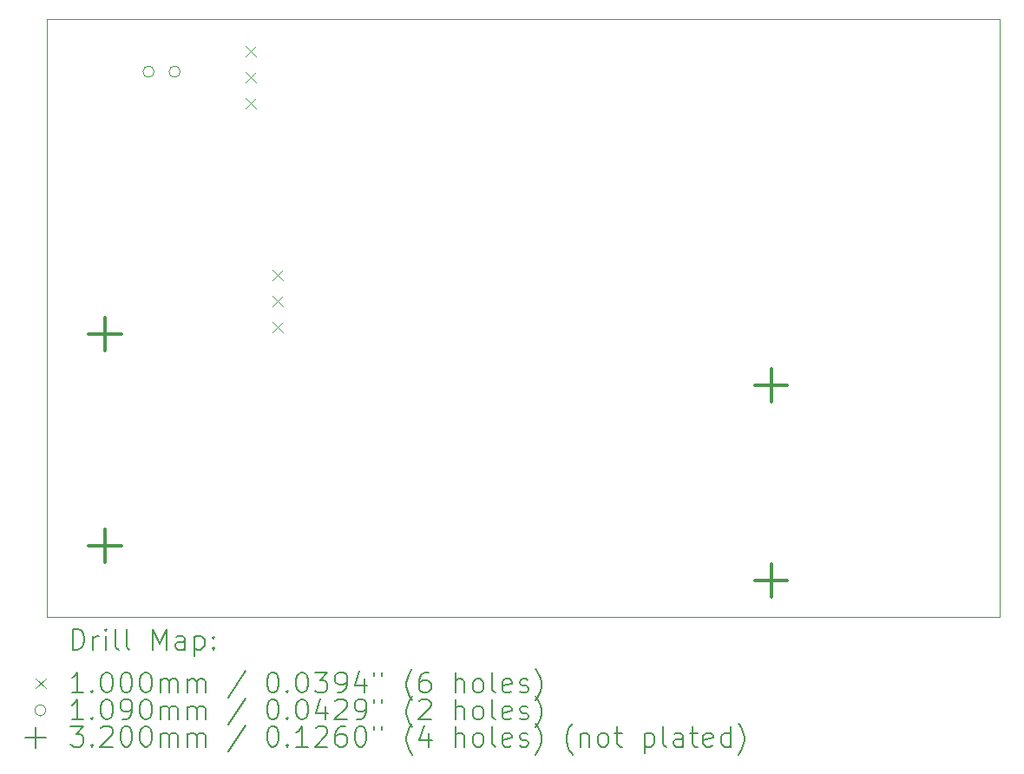
<source format=gbr>
%TF.GenerationSoftware,KiCad,Pcbnew,7.0.5*%
%TF.CreationDate,2024-04-11T16:23:42-04:00*%
%TF.ProjectId,PrawnBlaster_Connectorized_smaller,50726177-6e42-46c6-9173-7465725f436f,rev?*%
%TF.SameCoordinates,Original*%
%TF.FileFunction,Drillmap*%
%TF.FilePolarity,Positive*%
%FSLAX45Y45*%
G04 Gerber Fmt 4.5, Leading zero omitted, Abs format (unit mm)*
G04 Created by KiCad (PCBNEW 7.0.5) date 2024-04-11 16:23:42*
%MOMM*%
%LPD*%
G01*
G04 APERTURE LIST*
%ADD10C,0.100000*%
%ADD11C,0.200000*%
%ADD12C,0.109000*%
%ADD13C,0.320000*%
G04 APERTURE END LIST*
D10*
X8704200Y-5716380D02*
X18004200Y-5716380D01*
X18004200Y-11553320D01*
X8704200Y-11553320D01*
X8704200Y-5716380D01*
D11*
D10*
X10647020Y-5980540D02*
X10747020Y-6080540D01*
X10747020Y-5980540D02*
X10647020Y-6080540D01*
X10647020Y-6234540D02*
X10747020Y-6334540D01*
X10747020Y-6234540D02*
X10647020Y-6334540D01*
X10647020Y-6488540D02*
X10747020Y-6588540D01*
X10747020Y-6488540D02*
X10647020Y-6588540D01*
X10909120Y-8168340D02*
X11009120Y-8268340D01*
X11009120Y-8168340D02*
X10909120Y-8268340D01*
X10909120Y-8422340D02*
X11009120Y-8522340D01*
X11009120Y-8422340D02*
X10909120Y-8522340D01*
X10909120Y-8676340D02*
X11009120Y-8776340D01*
X11009120Y-8676340D02*
X10909120Y-8776340D01*
D12*
X9755320Y-6230940D02*
G75*
G03*
X9755320Y-6230940I-54500J0D01*
G01*
X10009320Y-6230940D02*
G75*
G03*
X10009320Y-6230940I-54500J0D01*
G01*
D13*
X9274200Y-8634120D02*
X9274200Y-8954120D01*
X9114200Y-8794120D02*
X9434200Y-8794120D01*
X9274200Y-10694120D02*
X9274200Y-11014120D01*
X9114200Y-10854120D02*
X9434200Y-10854120D01*
X15774200Y-9130220D02*
X15774200Y-9450220D01*
X15614200Y-9290220D02*
X15934200Y-9290220D01*
X15774200Y-11035220D02*
X15774200Y-11355220D01*
X15614200Y-11195220D02*
X15934200Y-11195220D01*
D11*
X8959977Y-11869804D02*
X8959977Y-11669804D01*
X8959977Y-11669804D02*
X9007596Y-11669804D01*
X9007596Y-11669804D02*
X9036167Y-11679328D01*
X9036167Y-11679328D02*
X9055215Y-11698375D01*
X9055215Y-11698375D02*
X9064739Y-11717423D01*
X9064739Y-11717423D02*
X9074263Y-11755518D01*
X9074263Y-11755518D02*
X9074263Y-11784089D01*
X9074263Y-11784089D02*
X9064739Y-11822185D01*
X9064739Y-11822185D02*
X9055215Y-11841232D01*
X9055215Y-11841232D02*
X9036167Y-11860280D01*
X9036167Y-11860280D02*
X9007596Y-11869804D01*
X9007596Y-11869804D02*
X8959977Y-11869804D01*
X9159977Y-11869804D02*
X9159977Y-11736470D01*
X9159977Y-11774566D02*
X9169501Y-11755518D01*
X9169501Y-11755518D02*
X9179024Y-11745994D01*
X9179024Y-11745994D02*
X9198072Y-11736470D01*
X9198072Y-11736470D02*
X9217120Y-11736470D01*
X9283786Y-11869804D02*
X9283786Y-11736470D01*
X9283786Y-11669804D02*
X9274263Y-11679328D01*
X9274263Y-11679328D02*
X9283786Y-11688851D01*
X9283786Y-11688851D02*
X9293310Y-11679328D01*
X9293310Y-11679328D02*
X9283786Y-11669804D01*
X9283786Y-11669804D02*
X9283786Y-11688851D01*
X9407596Y-11869804D02*
X9388548Y-11860280D01*
X9388548Y-11860280D02*
X9379024Y-11841232D01*
X9379024Y-11841232D02*
X9379024Y-11669804D01*
X9512358Y-11869804D02*
X9493310Y-11860280D01*
X9493310Y-11860280D02*
X9483786Y-11841232D01*
X9483786Y-11841232D02*
X9483786Y-11669804D01*
X9740929Y-11869804D02*
X9740929Y-11669804D01*
X9740929Y-11669804D02*
X9807596Y-11812661D01*
X9807596Y-11812661D02*
X9874263Y-11669804D01*
X9874263Y-11669804D02*
X9874263Y-11869804D01*
X10055215Y-11869804D02*
X10055215Y-11765042D01*
X10055215Y-11765042D02*
X10045691Y-11745994D01*
X10045691Y-11745994D02*
X10026644Y-11736470D01*
X10026644Y-11736470D02*
X9988548Y-11736470D01*
X9988548Y-11736470D02*
X9969501Y-11745994D01*
X10055215Y-11860280D02*
X10036167Y-11869804D01*
X10036167Y-11869804D02*
X9988548Y-11869804D01*
X9988548Y-11869804D02*
X9969501Y-11860280D01*
X9969501Y-11860280D02*
X9959977Y-11841232D01*
X9959977Y-11841232D02*
X9959977Y-11822185D01*
X9959977Y-11822185D02*
X9969501Y-11803137D01*
X9969501Y-11803137D02*
X9988548Y-11793613D01*
X9988548Y-11793613D02*
X10036167Y-11793613D01*
X10036167Y-11793613D02*
X10055215Y-11784089D01*
X10150453Y-11736470D02*
X10150453Y-11936470D01*
X10150453Y-11745994D02*
X10169501Y-11736470D01*
X10169501Y-11736470D02*
X10207596Y-11736470D01*
X10207596Y-11736470D02*
X10226644Y-11745994D01*
X10226644Y-11745994D02*
X10236167Y-11755518D01*
X10236167Y-11755518D02*
X10245691Y-11774566D01*
X10245691Y-11774566D02*
X10245691Y-11831708D01*
X10245691Y-11831708D02*
X10236167Y-11850756D01*
X10236167Y-11850756D02*
X10226644Y-11860280D01*
X10226644Y-11860280D02*
X10207596Y-11869804D01*
X10207596Y-11869804D02*
X10169501Y-11869804D01*
X10169501Y-11869804D02*
X10150453Y-11860280D01*
X10331405Y-11850756D02*
X10340929Y-11860280D01*
X10340929Y-11860280D02*
X10331405Y-11869804D01*
X10331405Y-11869804D02*
X10321882Y-11860280D01*
X10321882Y-11860280D02*
X10331405Y-11850756D01*
X10331405Y-11850756D02*
X10331405Y-11869804D01*
X10331405Y-11745994D02*
X10340929Y-11755518D01*
X10340929Y-11755518D02*
X10331405Y-11765042D01*
X10331405Y-11765042D02*
X10321882Y-11755518D01*
X10321882Y-11755518D02*
X10331405Y-11745994D01*
X10331405Y-11745994D02*
X10331405Y-11765042D01*
D10*
X8599200Y-12148320D02*
X8699200Y-12248320D01*
X8699200Y-12148320D02*
X8599200Y-12248320D01*
D11*
X9064739Y-12289804D02*
X8950453Y-12289804D01*
X9007596Y-12289804D02*
X9007596Y-12089804D01*
X9007596Y-12089804D02*
X8988548Y-12118375D01*
X8988548Y-12118375D02*
X8969501Y-12137423D01*
X8969501Y-12137423D02*
X8950453Y-12146947D01*
X9150453Y-12270756D02*
X9159977Y-12280280D01*
X9159977Y-12280280D02*
X9150453Y-12289804D01*
X9150453Y-12289804D02*
X9140929Y-12280280D01*
X9140929Y-12280280D02*
X9150453Y-12270756D01*
X9150453Y-12270756D02*
X9150453Y-12289804D01*
X9283786Y-12089804D02*
X9302834Y-12089804D01*
X9302834Y-12089804D02*
X9321882Y-12099328D01*
X9321882Y-12099328D02*
X9331405Y-12108851D01*
X9331405Y-12108851D02*
X9340929Y-12127899D01*
X9340929Y-12127899D02*
X9350453Y-12165994D01*
X9350453Y-12165994D02*
X9350453Y-12213613D01*
X9350453Y-12213613D02*
X9340929Y-12251708D01*
X9340929Y-12251708D02*
X9331405Y-12270756D01*
X9331405Y-12270756D02*
X9321882Y-12280280D01*
X9321882Y-12280280D02*
X9302834Y-12289804D01*
X9302834Y-12289804D02*
X9283786Y-12289804D01*
X9283786Y-12289804D02*
X9264739Y-12280280D01*
X9264739Y-12280280D02*
X9255215Y-12270756D01*
X9255215Y-12270756D02*
X9245691Y-12251708D01*
X9245691Y-12251708D02*
X9236167Y-12213613D01*
X9236167Y-12213613D02*
X9236167Y-12165994D01*
X9236167Y-12165994D02*
X9245691Y-12127899D01*
X9245691Y-12127899D02*
X9255215Y-12108851D01*
X9255215Y-12108851D02*
X9264739Y-12099328D01*
X9264739Y-12099328D02*
X9283786Y-12089804D01*
X9474263Y-12089804D02*
X9493310Y-12089804D01*
X9493310Y-12089804D02*
X9512358Y-12099328D01*
X9512358Y-12099328D02*
X9521882Y-12108851D01*
X9521882Y-12108851D02*
X9531405Y-12127899D01*
X9531405Y-12127899D02*
X9540929Y-12165994D01*
X9540929Y-12165994D02*
X9540929Y-12213613D01*
X9540929Y-12213613D02*
X9531405Y-12251708D01*
X9531405Y-12251708D02*
X9521882Y-12270756D01*
X9521882Y-12270756D02*
X9512358Y-12280280D01*
X9512358Y-12280280D02*
X9493310Y-12289804D01*
X9493310Y-12289804D02*
X9474263Y-12289804D01*
X9474263Y-12289804D02*
X9455215Y-12280280D01*
X9455215Y-12280280D02*
X9445691Y-12270756D01*
X9445691Y-12270756D02*
X9436167Y-12251708D01*
X9436167Y-12251708D02*
X9426644Y-12213613D01*
X9426644Y-12213613D02*
X9426644Y-12165994D01*
X9426644Y-12165994D02*
X9436167Y-12127899D01*
X9436167Y-12127899D02*
X9445691Y-12108851D01*
X9445691Y-12108851D02*
X9455215Y-12099328D01*
X9455215Y-12099328D02*
X9474263Y-12089804D01*
X9664739Y-12089804D02*
X9683786Y-12089804D01*
X9683786Y-12089804D02*
X9702834Y-12099328D01*
X9702834Y-12099328D02*
X9712358Y-12108851D01*
X9712358Y-12108851D02*
X9721882Y-12127899D01*
X9721882Y-12127899D02*
X9731405Y-12165994D01*
X9731405Y-12165994D02*
X9731405Y-12213613D01*
X9731405Y-12213613D02*
X9721882Y-12251708D01*
X9721882Y-12251708D02*
X9712358Y-12270756D01*
X9712358Y-12270756D02*
X9702834Y-12280280D01*
X9702834Y-12280280D02*
X9683786Y-12289804D01*
X9683786Y-12289804D02*
X9664739Y-12289804D01*
X9664739Y-12289804D02*
X9645691Y-12280280D01*
X9645691Y-12280280D02*
X9636167Y-12270756D01*
X9636167Y-12270756D02*
X9626644Y-12251708D01*
X9626644Y-12251708D02*
X9617120Y-12213613D01*
X9617120Y-12213613D02*
X9617120Y-12165994D01*
X9617120Y-12165994D02*
X9626644Y-12127899D01*
X9626644Y-12127899D02*
X9636167Y-12108851D01*
X9636167Y-12108851D02*
X9645691Y-12099328D01*
X9645691Y-12099328D02*
X9664739Y-12089804D01*
X9817120Y-12289804D02*
X9817120Y-12156470D01*
X9817120Y-12175518D02*
X9826644Y-12165994D01*
X9826644Y-12165994D02*
X9845691Y-12156470D01*
X9845691Y-12156470D02*
X9874263Y-12156470D01*
X9874263Y-12156470D02*
X9893310Y-12165994D01*
X9893310Y-12165994D02*
X9902834Y-12185042D01*
X9902834Y-12185042D02*
X9902834Y-12289804D01*
X9902834Y-12185042D02*
X9912358Y-12165994D01*
X9912358Y-12165994D02*
X9931405Y-12156470D01*
X9931405Y-12156470D02*
X9959977Y-12156470D01*
X9959977Y-12156470D02*
X9979025Y-12165994D01*
X9979025Y-12165994D02*
X9988548Y-12185042D01*
X9988548Y-12185042D02*
X9988548Y-12289804D01*
X10083786Y-12289804D02*
X10083786Y-12156470D01*
X10083786Y-12175518D02*
X10093310Y-12165994D01*
X10093310Y-12165994D02*
X10112358Y-12156470D01*
X10112358Y-12156470D02*
X10140929Y-12156470D01*
X10140929Y-12156470D02*
X10159977Y-12165994D01*
X10159977Y-12165994D02*
X10169501Y-12185042D01*
X10169501Y-12185042D02*
X10169501Y-12289804D01*
X10169501Y-12185042D02*
X10179025Y-12165994D01*
X10179025Y-12165994D02*
X10198072Y-12156470D01*
X10198072Y-12156470D02*
X10226644Y-12156470D01*
X10226644Y-12156470D02*
X10245691Y-12165994D01*
X10245691Y-12165994D02*
X10255215Y-12185042D01*
X10255215Y-12185042D02*
X10255215Y-12289804D01*
X10645691Y-12080280D02*
X10474263Y-12337423D01*
X10902834Y-12089804D02*
X10921882Y-12089804D01*
X10921882Y-12089804D02*
X10940929Y-12099328D01*
X10940929Y-12099328D02*
X10950453Y-12108851D01*
X10950453Y-12108851D02*
X10959977Y-12127899D01*
X10959977Y-12127899D02*
X10969501Y-12165994D01*
X10969501Y-12165994D02*
X10969501Y-12213613D01*
X10969501Y-12213613D02*
X10959977Y-12251708D01*
X10959977Y-12251708D02*
X10950453Y-12270756D01*
X10950453Y-12270756D02*
X10940929Y-12280280D01*
X10940929Y-12280280D02*
X10921882Y-12289804D01*
X10921882Y-12289804D02*
X10902834Y-12289804D01*
X10902834Y-12289804D02*
X10883787Y-12280280D01*
X10883787Y-12280280D02*
X10874263Y-12270756D01*
X10874263Y-12270756D02*
X10864739Y-12251708D01*
X10864739Y-12251708D02*
X10855215Y-12213613D01*
X10855215Y-12213613D02*
X10855215Y-12165994D01*
X10855215Y-12165994D02*
X10864739Y-12127899D01*
X10864739Y-12127899D02*
X10874263Y-12108851D01*
X10874263Y-12108851D02*
X10883787Y-12099328D01*
X10883787Y-12099328D02*
X10902834Y-12089804D01*
X11055215Y-12270756D02*
X11064739Y-12280280D01*
X11064739Y-12280280D02*
X11055215Y-12289804D01*
X11055215Y-12289804D02*
X11045691Y-12280280D01*
X11045691Y-12280280D02*
X11055215Y-12270756D01*
X11055215Y-12270756D02*
X11055215Y-12289804D01*
X11188548Y-12089804D02*
X11207596Y-12089804D01*
X11207596Y-12089804D02*
X11226644Y-12099328D01*
X11226644Y-12099328D02*
X11236167Y-12108851D01*
X11236167Y-12108851D02*
X11245691Y-12127899D01*
X11245691Y-12127899D02*
X11255215Y-12165994D01*
X11255215Y-12165994D02*
X11255215Y-12213613D01*
X11255215Y-12213613D02*
X11245691Y-12251708D01*
X11245691Y-12251708D02*
X11236167Y-12270756D01*
X11236167Y-12270756D02*
X11226644Y-12280280D01*
X11226644Y-12280280D02*
X11207596Y-12289804D01*
X11207596Y-12289804D02*
X11188548Y-12289804D01*
X11188548Y-12289804D02*
X11169501Y-12280280D01*
X11169501Y-12280280D02*
X11159977Y-12270756D01*
X11159977Y-12270756D02*
X11150453Y-12251708D01*
X11150453Y-12251708D02*
X11140929Y-12213613D01*
X11140929Y-12213613D02*
X11140929Y-12165994D01*
X11140929Y-12165994D02*
X11150453Y-12127899D01*
X11150453Y-12127899D02*
X11159977Y-12108851D01*
X11159977Y-12108851D02*
X11169501Y-12099328D01*
X11169501Y-12099328D02*
X11188548Y-12089804D01*
X11321882Y-12089804D02*
X11445691Y-12089804D01*
X11445691Y-12089804D02*
X11379025Y-12165994D01*
X11379025Y-12165994D02*
X11407596Y-12165994D01*
X11407596Y-12165994D02*
X11426644Y-12175518D01*
X11426644Y-12175518D02*
X11436167Y-12185042D01*
X11436167Y-12185042D02*
X11445691Y-12204089D01*
X11445691Y-12204089D02*
X11445691Y-12251708D01*
X11445691Y-12251708D02*
X11436167Y-12270756D01*
X11436167Y-12270756D02*
X11426644Y-12280280D01*
X11426644Y-12280280D02*
X11407596Y-12289804D01*
X11407596Y-12289804D02*
X11350453Y-12289804D01*
X11350453Y-12289804D02*
X11331406Y-12280280D01*
X11331406Y-12280280D02*
X11321882Y-12270756D01*
X11540929Y-12289804D02*
X11579025Y-12289804D01*
X11579025Y-12289804D02*
X11598072Y-12280280D01*
X11598072Y-12280280D02*
X11607596Y-12270756D01*
X11607596Y-12270756D02*
X11626644Y-12242185D01*
X11626644Y-12242185D02*
X11636167Y-12204089D01*
X11636167Y-12204089D02*
X11636167Y-12127899D01*
X11636167Y-12127899D02*
X11626644Y-12108851D01*
X11626644Y-12108851D02*
X11617120Y-12099328D01*
X11617120Y-12099328D02*
X11598072Y-12089804D01*
X11598072Y-12089804D02*
X11559977Y-12089804D01*
X11559977Y-12089804D02*
X11540929Y-12099328D01*
X11540929Y-12099328D02*
X11531406Y-12108851D01*
X11531406Y-12108851D02*
X11521882Y-12127899D01*
X11521882Y-12127899D02*
X11521882Y-12175518D01*
X11521882Y-12175518D02*
X11531406Y-12194566D01*
X11531406Y-12194566D02*
X11540929Y-12204089D01*
X11540929Y-12204089D02*
X11559977Y-12213613D01*
X11559977Y-12213613D02*
X11598072Y-12213613D01*
X11598072Y-12213613D02*
X11617120Y-12204089D01*
X11617120Y-12204089D02*
X11626644Y-12194566D01*
X11626644Y-12194566D02*
X11636167Y-12175518D01*
X11807596Y-12156470D02*
X11807596Y-12289804D01*
X11759977Y-12080280D02*
X11712358Y-12223137D01*
X11712358Y-12223137D02*
X11836167Y-12223137D01*
X11902834Y-12089804D02*
X11902834Y-12127899D01*
X11979025Y-12089804D02*
X11979025Y-12127899D01*
X12274263Y-12365994D02*
X12264739Y-12356470D01*
X12264739Y-12356470D02*
X12245691Y-12327899D01*
X12245691Y-12327899D02*
X12236168Y-12308851D01*
X12236168Y-12308851D02*
X12226644Y-12280280D01*
X12226644Y-12280280D02*
X12217120Y-12232661D01*
X12217120Y-12232661D02*
X12217120Y-12194566D01*
X12217120Y-12194566D02*
X12226644Y-12146947D01*
X12226644Y-12146947D02*
X12236168Y-12118375D01*
X12236168Y-12118375D02*
X12245691Y-12099328D01*
X12245691Y-12099328D02*
X12264739Y-12070756D01*
X12264739Y-12070756D02*
X12274263Y-12061232D01*
X12436168Y-12089804D02*
X12398072Y-12089804D01*
X12398072Y-12089804D02*
X12379025Y-12099328D01*
X12379025Y-12099328D02*
X12369501Y-12108851D01*
X12369501Y-12108851D02*
X12350453Y-12137423D01*
X12350453Y-12137423D02*
X12340929Y-12175518D01*
X12340929Y-12175518D02*
X12340929Y-12251708D01*
X12340929Y-12251708D02*
X12350453Y-12270756D01*
X12350453Y-12270756D02*
X12359977Y-12280280D01*
X12359977Y-12280280D02*
X12379025Y-12289804D01*
X12379025Y-12289804D02*
X12417120Y-12289804D01*
X12417120Y-12289804D02*
X12436168Y-12280280D01*
X12436168Y-12280280D02*
X12445691Y-12270756D01*
X12445691Y-12270756D02*
X12455215Y-12251708D01*
X12455215Y-12251708D02*
X12455215Y-12204089D01*
X12455215Y-12204089D02*
X12445691Y-12185042D01*
X12445691Y-12185042D02*
X12436168Y-12175518D01*
X12436168Y-12175518D02*
X12417120Y-12165994D01*
X12417120Y-12165994D02*
X12379025Y-12165994D01*
X12379025Y-12165994D02*
X12359977Y-12175518D01*
X12359977Y-12175518D02*
X12350453Y-12185042D01*
X12350453Y-12185042D02*
X12340929Y-12204089D01*
X12693310Y-12289804D02*
X12693310Y-12089804D01*
X12779025Y-12289804D02*
X12779025Y-12185042D01*
X12779025Y-12185042D02*
X12769501Y-12165994D01*
X12769501Y-12165994D02*
X12750453Y-12156470D01*
X12750453Y-12156470D02*
X12721882Y-12156470D01*
X12721882Y-12156470D02*
X12702834Y-12165994D01*
X12702834Y-12165994D02*
X12693310Y-12175518D01*
X12902834Y-12289804D02*
X12883787Y-12280280D01*
X12883787Y-12280280D02*
X12874263Y-12270756D01*
X12874263Y-12270756D02*
X12864739Y-12251708D01*
X12864739Y-12251708D02*
X12864739Y-12194566D01*
X12864739Y-12194566D02*
X12874263Y-12175518D01*
X12874263Y-12175518D02*
X12883787Y-12165994D01*
X12883787Y-12165994D02*
X12902834Y-12156470D01*
X12902834Y-12156470D02*
X12931406Y-12156470D01*
X12931406Y-12156470D02*
X12950453Y-12165994D01*
X12950453Y-12165994D02*
X12959977Y-12175518D01*
X12959977Y-12175518D02*
X12969501Y-12194566D01*
X12969501Y-12194566D02*
X12969501Y-12251708D01*
X12969501Y-12251708D02*
X12959977Y-12270756D01*
X12959977Y-12270756D02*
X12950453Y-12280280D01*
X12950453Y-12280280D02*
X12931406Y-12289804D01*
X12931406Y-12289804D02*
X12902834Y-12289804D01*
X13083787Y-12289804D02*
X13064739Y-12280280D01*
X13064739Y-12280280D02*
X13055215Y-12261232D01*
X13055215Y-12261232D02*
X13055215Y-12089804D01*
X13236168Y-12280280D02*
X13217120Y-12289804D01*
X13217120Y-12289804D02*
X13179025Y-12289804D01*
X13179025Y-12289804D02*
X13159977Y-12280280D01*
X13159977Y-12280280D02*
X13150453Y-12261232D01*
X13150453Y-12261232D02*
X13150453Y-12185042D01*
X13150453Y-12185042D02*
X13159977Y-12165994D01*
X13159977Y-12165994D02*
X13179025Y-12156470D01*
X13179025Y-12156470D02*
X13217120Y-12156470D01*
X13217120Y-12156470D02*
X13236168Y-12165994D01*
X13236168Y-12165994D02*
X13245691Y-12185042D01*
X13245691Y-12185042D02*
X13245691Y-12204089D01*
X13245691Y-12204089D02*
X13150453Y-12223137D01*
X13321882Y-12280280D02*
X13340930Y-12289804D01*
X13340930Y-12289804D02*
X13379025Y-12289804D01*
X13379025Y-12289804D02*
X13398072Y-12280280D01*
X13398072Y-12280280D02*
X13407596Y-12261232D01*
X13407596Y-12261232D02*
X13407596Y-12251708D01*
X13407596Y-12251708D02*
X13398072Y-12232661D01*
X13398072Y-12232661D02*
X13379025Y-12223137D01*
X13379025Y-12223137D02*
X13350453Y-12223137D01*
X13350453Y-12223137D02*
X13331406Y-12213613D01*
X13331406Y-12213613D02*
X13321882Y-12194566D01*
X13321882Y-12194566D02*
X13321882Y-12185042D01*
X13321882Y-12185042D02*
X13331406Y-12165994D01*
X13331406Y-12165994D02*
X13350453Y-12156470D01*
X13350453Y-12156470D02*
X13379025Y-12156470D01*
X13379025Y-12156470D02*
X13398072Y-12165994D01*
X13474263Y-12365994D02*
X13483787Y-12356470D01*
X13483787Y-12356470D02*
X13502834Y-12327899D01*
X13502834Y-12327899D02*
X13512358Y-12308851D01*
X13512358Y-12308851D02*
X13521882Y-12280280D01*
X13521882Y-12280280D02*
X13531406Y-12232661D01*
X13531406Y-12232661D02*
X13531406Y-12194566D01*
X13531406Y-12194566D02*
X13521882Y-12146947D01*
X13521882Y-12146947D02*
X13512358Y-12118375D01*
X13512358Y-12118375D02*
X13502834Y-12099328D01*
X13502834Y-12099328D02*
X13483787Y-12070756D01*
X13483787Y-12070756D02*
X13474263Y-12061232D01*
D12*
X8699200Y-12462320D02*
G75*
G03*
X8699200Y-12462320I-54500J0D01*
G01*
D11*
X9064739Y-12553804D02*
X8950453Y-12553804D01*
X9007596Y-12553804D02*
X9007596Y-12353804D01*
X9007596Y-12353804D02*
X8988548Y-12382375D01*
X8988548Y-12382375D02*
X8969501Y-12401423D01*
X8969501Y-12401423D02*
X8950453Y-12410947D01*
X9150453Y-12534756D02*
X9159977Y-12544280D01*
X9159977Y-12544280D02*
X9150453Y-12553804D01*
X9150453Y-12553804D02*
X9140929Y-12544280D01*
X9140929Y-12544280D02*
X9150453Y-12534756D01*
X9150453Y-12534756D02*
X9150453Y-12553804D01*
X9283786Y-12353804D02*
X9302834Y-12353804D01*
X9302834Y-12353804D02*
X9321882Y-12363328D01*
X9321882Y-12363328D02*
X9331405Y-12372851D01*
X9331405Y-12372851D02*
X9340929Y-12391899D01*
X9340929Y-12391899D02*
X9350453Y-12429994D01*
X9350453Y-12429994D02*
X9350453Y-12477613D01*
X9350453Y-12477613D02*
X9340929Y-12515708D01*
X9340929Y-12515708D02*
X9331405Y-12534756D01*
X9331405Y-12534756D02*
X9321882Y-12544280D01*
X9321882Y-12544280D02*
X9302834Y-12553804D01*
X9302834Y-12553804D02*
X9283786Y-12553804D01*
X9283786Y-12553804D02*
X9264739Y-12544280D01*
X9264739Y-12544280D02*
X9255215Y-12534756D01*
X9255215Y-12534756D02*
X9245691Y-12515708D01*
X9245691Y-12515708D02*
X9236167Y-12477613D01*
X9236167Y-12477613D02*
X9236167Y-12429994D01*
X9236167Y-12429994D02*
X9245691Y-12391899D01*
X9245691Y-12391899D02*
X9255215Y-12372851D01*
X9255215Y-12372851D02*
X9264739Y-12363328D01*
X9264739Y-12363328D02*
X9283786Y-12353804D01*
X9445691Y-12553804D02*
X9483786Y-12553804D01*
X9483786Y-12553804D02*
X9502834Y-12544280D01*
X9502834Y-12544280D02*
X9512358Y-12534756D01*
X9512358Y-12534756D02*
X9531405Y-12506185D01*
X9531405Y-12506185D02*
X9540929Y-12468089D01*
X9540929Y-12468089D02*
X9540929Y-12391899D01*
X9540929Y-12391899D02*
X9531405Y-12372851D01*
X9531405Y-12372851D02*
X9521882Y-12363328D01*
X9521882Y-12363328D02*
X9502834Y-12353804D01*
X9502834Y-12353804D02*
X9464739Y-12353804D01*
X9464739Y-12353804D02*
X9445691Y-12363328D01*
X9445691Y-12363328D02*
X9436167Y-12372851D01*
X9436167Y-12372851D02*
X9426644Y-12391899D01*
X9426644Y-12391899D02*
X9426644Y-12439518D01*
X9426644Y-12439518D02*
X9436167Y-12458566D01*
X9436167Y-12458566D02*
X9445691Y-12468089D01*
X9445691Y-12468089D02*
X9464739Y-12477613D01*
X9464739Y-12477613D02*
X9502834Y-12477613D01*
X9502834Y-12477613D02*
X9521882Y-12468089D01*
X9521882Y-12468089D02*
X9531405Y-12458566D01*
X9531405Y-12458566D02*
X9540929Y-12439518D01*
X9664739Y-12353804D02*
X9683786Y-12353804D01*
X9683786Y-12353804D02*
X9702834Y-12363328D01*
X9702834Y-12363328D02*
X9712358Y-12372851D01*
X9712358Y-12372851D02*
X9721882Y-12391899D01*
X9721882Y-12391899D02*
X9731405Y-12429994D01*
X9731405Y-12429994D02*
X9731405Y-12477613D01*
X9731405Y-12477613D02*
X9721882Y-12515708D01*
X9721882Y-12515708D02*
X9712358Y-12534756D01*
X9712358Y-12534756D02*
X9702834Y-12544280D01*
X9702834Y-12544280D02*
X9683786Y-12553804D01*
X9683786Y-12553804D02*
X9664739Y-12553804D01*
X9664739Y-12553804D02*
X9645691Y-12544280D01*
X9645691Y-12544280D02*
X9636167Y-12534756D01*
X9636167Y-12534756D02*
X9626644Y-12515708D01*
X9626644Y-12515708D02*
X9617120Y-12477613D01*
X9617120Y-12477613D02*
X9617120Y-12429994D01*
X9617120Y-12429994D02*
X9626644Y-12391899D01*
X9626644Y-12391899D02*
X9636167Y-12372851D01*
X9636167Y-12372851D02*
X9645691Y-12363328D01*
X9645691Y-12363328D02*
X9664739Y-12353804D01*
X9817120Y-12553804D02*
X9817120Y-12420470D01*
X9817120Y-12439518D02*
X9826644Y-12429994D01*
X9826644Y-12429994D02*
X9845691Y-12420470D01*
X9845691Y-12420470D02*
X9874263Y-12420470D01*
X9874263Y-12420470D02*
X9893310Y-12429994D01*
X9893310Y-12429994D02*
X9902834Y-12449042D01*
X9902834Y-12449042D02*
X9902834Y-12553804D01*
X9902834Y-12449042D02*
X9912358Y-12429994D01*
X9912358Y-12429994D02*
X9931405Y-12420470D01*
X9931405Y-12420470D02*
X9959977Y-12420470D01*
X9959977Y-12420470D02*
X9979025Y-12429994D01*
X9979025Y-12429994D02*
X9988548Y-12449042D01*
X9988548Y-12449042D02*
X9988548Y-12553804D01*
X10083786Y-12553804D02*
X10083786Y-12420470D01*
X10083786Y-12439518D02*
X10093310Y-12429994D01*
X10093310Y-12429994D02*
X10112358Y-12420470D01*
X10112358Y-12420470D02*
X10140929Y-12420470D01*
X10140929Y-12420470D02*
X10159977Y-12429994D01*
X10159977Y-12429994D02*
X10169501Y-12449042D01*
X10169501Y-12449042D02*
X10169501Y-12553804D01*
X10169501Y-12449042D02*
X10179025Y-12429994D01*
X10179025Y-12429994D02*
X10198072Y-12420470D01*
X10198072Y-12420470D02*
X10226644Y-12420470D01*
X10226644Y-12420470D02*
X10245691Y-12429994D01*
X10245691Y-12429994D02*
X10255215Y-12449042D01*
X10255215Y-12449042D02*
X10255215Y-12553804D01*
X10645691Y-12344280D02*
X10474263Y-12601423D01*
X10902834Y-12353804D02*
X10921882Y-12353804D01*
X10921882Y-12353804D02*
X10940929Y-12363328D01*
X10940929Y-12363328D02*
X10950453Y-12372851D01*
X10950453Y-12372851D02*
X10959977Y-12391899D01*
X10959977Y-12391899D02*
X10969501Y-12429994D01*
X10969501Y-12429994D02*
X10969501Y-12477613D01*
X10969501Y-12477613D02*
X10959977Y-12515708D01*
X10959977Y-12515708D02*
X10950453Y-12534756D01*
X10950453Y-12534756D02*
X10940929Y-12544280D01*
X10940929Y-12544280D02*
X10921882Y-12553804D01*
X10921882Y-12553804D02*
X10902834Y-12553804D01*
X10902834Y-12553804D02*
X10883787Y-12544280D01*
X10883787Y-12544280D02*
X10874263Y-12534756D01*
X10874263Y-12534756D02*
X10864739Y-12515708D01*
X10864739Y-12515708D02*
X10855215Y-12477613D01*
X10855215Y-12477613D02*
X10855215Y-12429994D01*
X10855215Y-12429994D02*
X10864739Y-12391899D01*
X10864739Y-12391899D02*
X10874263Y-12372851D01*
X10874263Y-12372851D02*
X10883787Y-12363328D01*
X10883787Y-12363328D02*
X10902834Y-12353804D01*
X11055215Y-12534756D02*
X11064739Y-12544280D01*
X11064739Y-12544280D02*
X11055215Y-12553804D01*
X11055215Y-12553804D02*
X11045691Y-12544280D01*
X11045691Y-12544280D02*
X11055215Y-12534756D01*
X11055215Y-12534756D02*
X11055215Y-12553804D01*
X11188548Y-12353804D02*
X11207596Y-12353804D01*
X11207596Y-12353804D02*
X11226644Y-12363328D01*
X11226644Y-12363328D02*
X11236167Y-12372851D01*
X11236167Y-12372851D02*
X11245691Y-12391899D01*
X11245691Y-12391899D02*
X11255215Y-12429994D01*
X11255215Y-12429994D02*
X11255215Y-12477613D01*
X11255215Y-12477613D02*
X11245691Y-12515708D01*
X11245691Y-12515708D02*
X11236167Y-12534756D01*
X11236167Y-12534756D02*
X11226644Y-12544280D01*
X11226644Y-12544280D02*
X11207596Y-12553804D01*
X11207596Y-12553804D02*
X11188548Y-12553804D01*
X11188548Y-12553804D02*
X11169501Y-12544280D01*
X11169501Y-12544280D02*
X11159977Y-12534756D01*
X11159977Y-12534756D02*
X11150453Y-12515708D01*
X11150453Y-12515708D02*
X11140929Y-12477613D01*
X11140929Y-12477613D02*
X11140929Y-12429994D01*
X11140929Y-12429994D02*
X11150453Y-12391899D01*
X11150453Y-12391899D02*
X11159977Y-12372851D01*
X11159977Y-12372851D02*
X11169501Y-12363328D01*
X11169501Y-12363328D02*
X11188548Y-12353804D01*
X11426644Y-12420470D02*
X11426644Y-12553804D01*
X11379025Y-12344280D02*
X11331406Y-12487137D01*
X11331406Y-12487137D02*
X11455215Y-12487137D01*
X11521882Y-12372851D02*
X11531406Y-12363328D01*
X11531406Y-12363328D02*
X11550453Y-12353804D01*
X11550453Y-12353804D02*
X11598072Y-12353804D01*
X11598072Y-12353804D02*
X11617120Y-12363328D01*
X11617120Y-12363328D02*
X11626644Y-12372851D01*
X11626644Y-12372851D02*
X11636167Y-12391899D01*
X11636167Y-12391899D02*
X11636167Y-12410947D01*
X11636167Y-12410947D02*
X11626644Y-12439518D01*
X11626644Y-12439518D02*
X11512358Y-12553804D01*
X11512358Y-12553804D02*
X11636167Y-12553804D01*
X11731406Y-12553804D02*
X11769501Y-12553804D01*
X11769501Y-12553804D02*
X11788548Y-12544280D01*
X11788548Y-12544280D02*
X11798072Y-12534756D01*
X11798072Y-12534756D02*
X11817120Y-12506185D01*
X11817120Y-12506185D02*
X11826644Y-12468089D01*
X11826644Y-12468089D02*
X11826644Y-12391899D01*
X11826644Y-12391899D02*
X11817120Y-12372851D01*
X11817120Y-12372851D02*
X11807596Y-12363328D01*
X11807596Y-12363328D02*
X11788548Y-12353804D01*
X11788548Y-12353804D02*
X11750453Y-12353804D01*
X11750453Y-12353804D02*
X11731406Y-12363328D01*
X11731406Y-12363328D02*
X11721882Y-12372851D01*
X11721882Y-12372851D02*
X11712358Y-12391899D01*
X11712358Y-12391899D02*
X11712358Y-12439518D01*
X11712358Y-12439518D02*
X11721882Y-12458566D01*
X11721882Y-12458566D02*
X11731406Y-12468089D01*
X11731406Y-12468089D02*
X11750453Y-12477613D01*
X11750453Y-12477613D02*
X11788548Y-12477613D01*
X11788548Y-12477613D02*
X11807596Y-12468089D01*
X11807596Y-12468089D02*
X11817120Y-12458566D01*
X11817120Y-12458566D02*
X11826644Y-12439518D01*
X11902834Y-12353804D02*
X11902834Y-12391899D01*
X11979025Y-12353804D02*
X11979025Y-12391899D01*
X12274263Y-12629994D02*
X12264739Y-12620470D01*
X12264739Y-12620470D02*
X12245691Y-12591899D01*
X12245691Y-12591899D02*
X12236168Y-12572851D01*
X12236168Y-12572851D02*
X12226644Y-12544280D01*
X12226644Y-12544280D02*
X12217120Y-12496661D01*
X12217120Y-12496661D02*
X12217120Y-12458566D01*
X12217120Y-12458566D02*
X12226644Y-12410947D01*
X12226644Y-12410947D02*
X12236168Y-12382375D01*
X12236168Y-12382375D02*
X12245691Y-12363328D01*
X12245691Y-12363328D02*
X12264739Y-12334756D01*
X12264739Y-12334756D02*
X12274263Y-12325232D01*
X12340929Y-12372851D02*
X12350453Y-12363328D01*
X12350453Y-12363328D02*
X12369501Y-12353804D01*
X12369501Y-12353804D02*
X12417120Y-12353804D01*
X12417120Y-12353804D02*
X12436168Y-12363328D01*
X12436168Y-12363328D02*
X12445691Y-12372851D01*
X12445691Y-12372851D02*
X12455215Y-12391899D01*
X12455215Y-12391899D02*
X12455215Y-12410947D01*
X12455215Y-12410947D02*
X12445691Y-12439518D01*
X12445691Y-12439518D02*
X12331406Y-12553804D01*
X12331406Y-12553804D02*
X12455215Y-12553804D01*
X12693310Y-12553804D02*
X12693310Y-12353804D01*
X12779025Y-12553804D02*
X12779025Y-12449042D01*
X12779025Y-12449042D02*
X12769501Y-12429994D01*
X12769501Y-12429994D02*
X12750453Y-12420470D01*
X12750453Y-12420470D02*
X12721882Y-12420470D01*
X12721882Y-12420470D02*
X12702834Y-12429994D01*
X12702834Y-12429994D02*
X12693310Y-12439518D01*
X12902834Y-12553804D02*
X12883787Y-12544280D01*
X12883787Y-12544280D02*
X12874263Y-12534756D01*
X12874263Y-12534756D02*
X12864739Y-12515708D01*
X12864739Y-12515708D02*
X12864739Y-12458566D01*
X12864739Y-12458566D02*
X12874263Y-12439518D01*
X12874263Y-12439518D02*
X12883787Y-12429994D01*
X12883787Y-12429994D02*
X12902834Y-12420470D01*
X12902834Y-12420470D02*
X12931406Y-12420470D01*
X12931406Y-12420470D02*
X12950453Y-12429994D01*
X12950453Y-12429994D02*
X12959977Y-12439518D01*
X12959977Y-12439518D02*
X12969501Y-12458566D01*
X12969501Y-12458566D02*
X12969501Y-12515708D01*
X12969501Y-12515708D02*
X12959977Y-12534756D01*
X12959977Y-12534756D02*
X12950453Y-12544280D01*
X12950453Y-12544280D02*
X12931406Y-12553804D01*
X12931406Y-12553804D02*
X12902834Y-12553804D01*
X13083787Y-12553804D02*
X13064739Y-12544280D01*
X13064739Y-12544280D02*
X13055215Y-12525232D01*
X13055215Y-12525232D02*
X13055215Y-12353804D01*
X13236168Y-12544280D02*
X13217120Y-12553804D01*
X13217120Y-12553804D02*
X13179025Y-12553804D01*
X13179025Y-12553804D02*
X13159977Y-12544280D01*
X13159977Y-12544280D02*
X13150453Y-12525232D01*
X13150453Y-12525232D02*
X13150453Y-12449042D01*
X13150453Y-12449042D02*
X13159977Y-12429994D01*
X13159977Y-12429994D02*
X13179025Y-12420470D01*
X13179025Y-12420470D02*
X13217120Y-12420470D01*
X13217120Y-12420470D02*
X13236168Y-12429994D01*
X13236168Y-12429994D02*
X13245691Y-12449042D01*
X13245691Y-12449042D02*
X13245691Y-12468089D01*
X13245691Y-12468089D02*
X13150453Y-12487137D01*
X13321882Y-12544280D02*
X13340930Y-12553804D01*
X13340930Y-12553804D02*
X13379025Y-12553804D01*
X13379025Y-12553804D02*
X13398072Y-12544280D01*
X13398072Y-12544280D02*
X13407596Y-12525232D01*
X13407596Y-12525232D02*
X13407596Y-12515708D01*
X13407596Y-12515708D02*
X13398072Y-12496661D01*
X13398072Y-12496661D02*
X13379025Y-12487137D01*
X13379025Y-12487137D02*
X13350453Y-12487137D01*
X13350453Y-12487137D02*
X13331406Y-12477613D01*
X13331406Y-12477613D02*
X13321882Y-12458566D01*
X13321882Y-12458566D02*
X13321882Y-12449042D01*
X13321882Y-12449042D02*
X13331406Y-12429994D01*
X13331406Y-12429994D02*
X13350453Y-12420470D01*
X13350453Y-12420470D02*
X13379025Y-12420470D01*
X13379025Y-12420470D02*
X13398072Y-12429994D01*
X13474263Y-12629994D02*
X13483787Y-12620470D01*
X13483787Y-12620470D02*
X13502834Y-12591899D01*
X13502834Y-12591899D02*
X13512358Y-12572851D01*
X13512358Y-12572851D02*
X13521882Y-12544280D01*
X13521882Y-12544280D02*
X13531406Y-12496661D01*
X13531406Y-12496661D02*
X13531406Y-12458566D01*
X13531406Y-12458566D02*
X13521882Y-12410947D01*
X13521882Y-12410947D02*
X13512358Y-12382375D01*
X13512358Y-12382375D02*
X13502834Y-12363328D01*
X13502834Y-12363328D02*
X13483787Y-12334756D01*
X13483787Y-12334756D02*
X13474263Y-12325232D01*
X8599200Y-12626320D02*
X8599200Y-12826320D01*
X8499200Y-12726320D02*
X8699200Y-12726320D01*
X8940929Y-12617804D02*
X9064739Y-12617804D01*
X9064739Y-12617804D02*
X8998072Y-12693994D01*
X8998072Y-12693994D02*
X9026644Y-12693994D01*
X9026644Y-12693994D02*
X9045691Y-12703518D01*
X9045691Y-12703518D02*
X9055215Y-12713042D01*
X9055215Y-12713042D02*
X9064739Y-12732089D01*
X9064739Y-12732089D02*
X9064739Y-12779708D01*
X9064739Y-12779708D02*
X9055215Y-12798756D01*
X9055215Y-12798756D02*
X9045691Y-12808280D01*
X9045691Y-12808280D02*
X9026644Y-12817804D01*
X9026644Y-12817804D02*
X8969501Y-12817804D01*
X8969501Y-12817804D02*
X8950453Y-12808280D01*
X8950453Y-12808280D02*
X8940929Y-12798756D01*
X9150453Y-12798756D02*
X9159977Y-12808280D01*
X9159977Y-12808280D02*
X9150453Y-12817804D01*
X9150453Y-12817804D02*
X9140929Y-12808280D01*
X9140929Y-12808280D02*
X9150453Y-12798756D01*
X9150453Y-12798756D02*
X9150453Y-12817804D01*
X9236167Y-12636851D02*
X9245691Y-12627328D01*
X9245691Y-12627328D02*
X9264739Y-12617804D01*
X9264739Y-12617804D02*
X9312358Y-12617804D01*
X9312358Y-12617804D02*
X9331405Y-12627328D01*
X9331405Y-12627328D02*
X9340929Y-12636851D01*
X9340929Y-12636851D02*
X9350453Y-12655899D01*
X9350453Y-12655899D02*
X9350453Y-12674947D01*
X9350453Y-12674947D02*
X9340929Y-12703518D01*
X9340929Y-12703518D02*
X9226644Y-12817804D01*
X9226644Y-12817804D02*
X9350453Y-12817804D01*
X9474263Y-12617804D02*
X9493310Y-12617804D01*
X9493310Y-12617804D02*
X9512358Y-12627328D01*
X9512358Y-12627328D02*
X9521882Y-12636851D01*
X9521882Y-12636851D02*
X9531405Y-12655899D01*
X9531405Y-12655899D02*
X9540929Y-12693994D01*
X9540929Y-12693994D02*
X9540929Y-12741613D01*
X9540929Y-12741613D02*
X9531405Y-12779708D01*
X9531405Y-12779708D02*
X9521882Y-12798756D01*
X9521882Y-12798756D02*
X9512358Y-12808280D01*
X9512358Y-12808280D02*
X9493310Y-12817804D01*
X9493310Y-12817804D02*
X9474263Y-12817804D01*
X9474263Y-12817804D02*
X9455215Y-12808280D01*
X9455215Y-12808280D02*
X9445691Y-12798756D01*
X9445691Y-12798756D02*
X9436167Y-12779708D01*
X9436167Y-12779708D02*
X9426644Y-12741613D01*
X9426644Y-12741613D02*
X9426644Y-12693994D01*
X9426644Y-12693994D02*
X9436167Y-12655899D01*
X9436167Y-12655899D02*
X9445691Y-12636851D01*
X9445691Y-12636851D02*
X9455215Y-12627328D01*
X9455215Y-12627328D02*
X9474263Y-12617804D01*
X9664739Y-12617804D02*
X9683786Y-12617804D01*
X9683786Y-12617804D02*
X9702834Y-12627328D01*
X9702834Y-12627328D02*
X9712358Y-12636851D01*
X9712358Y-12636851D02*
X9721882Y-12655899D01*
X9721882Y-12655899D02*
X9731405Y-12693994D01*
X9731405Y-12693994D02*
X9731405Y-12741613D01*
X9731405Y-12741613D02*
X9721882Y-12779708D01*
X9721882Y-12779708D02*
X9712358Y-12798756D01*
X9712358Y-12798756D02*
X9702834Y-12808280D01*
X9702834Y-12808280D02*
X9683786Y-12817804D01*
X9683786Y-12817804D02*
X9664739Y-12817804D01*
X9664739Y-12817804D02*
X9645691Y-12808280D01*
X9645691Y-12808280D02*
X9636167Y-12798756D01*
X9636167Y-12798756D02*
X9626644Y-12779708D01*
X9626644Y-12779708D02*
X9617120Y-12741613D01*
X9617120Y-12741613D02*
X9617120Y-12693994D01*
X9617120Y-12693994D02*
X9626644Y-12655899D01*
X9626644Y-12655899D02*
X9636167Y-12636851D01*
X9636167Y-12636851D02*
X9645691Y-12627328D01*
X9645691Y-12627328D02*
X9664739Y-12617804D01*
X9817120Y-12817804D02*
X9817120Y-12684470D01*
X9817120Y-12703518D02*
X9826644Y-12693994D01*
X9826644Y-12693994D02*
X9845691Y-12684470D01*
X9845691Y-12684470D02*
X9874263Y-12684470D01*
X9874263Y-12684470D02*
X9893310Y-12693994D01*
X9893310Y-12693994D02*
X9902834Y-12713042D01*
X9902834Y-12713042D02*
X9902834Y-12817804D01*
X9902834Y-12713042D02*
X9912358Y-12693994D01*
X9912358Y-12693994D02*
X9931405Y-12684470D01*
X9931405Y-12684470D02*
X9959977Y-12684470D01*
X9959977Y-12684470D02*
X9979025Y-12693994D01*
X9979025Y-12693994D02*
X9988548Y-12713042D01*
X9988548Y-12713042D02*
X9988548Y-12817804D01*
X10083786Y-12817804D02*
X10083786Y-12684470D01*
X10083786Y-12703518D02*
X10093310Y-12693994D01*
X10093310Y-12693994D02*
X10112358Y-12684470D01*
X10112358Y-12684470D02*
X10140929Y-12684470D01*
X10140929Y-12684470D02*
X10159977Y-12693994D01*
X10159977Y-12693994D02*
X10169501Y-12713042D01*
X10169501Y-12713042D02*
X10169501Y-12817804D01*
X10169501Y-12713042D02*
X10179025Y-12693994D01*
X10179025Y-12693994D02*
X10198072Y-12684470D01*
X10198072Y-12684470D02*
X10226644Y-12684470D01*
X10226644Y-12684470D02*
X10245691Y-12693994D01*
X10245691Y-12693994D02*
X10255215Y-12713042D01*
X10255215Y-12713042D02*
X10255215Y-12817804D01*
X10645691Y-12608280D02*
X10474263Y-12865423D01*
X10902834Y-12617804D02*
X10921882Y-12617804D01*
X10921882Y-12617804D02*
X10940929Y-12627328D01*
X10940929Y-12627328D02*
X10950453Y-12636851D01*
X10950453Y-12636851D02*
X10959977Y-12655899D01*
X10959977Y-12655899D02*
X10969501Y-12693994D01*
X10969501Y-12693994D02*
X10969501Y-12741613D01*
X10969501Y-12741613D02*
X10959977Y-12779708D01*
X10959977Y-12779708D02*
X10950453Y-12798756D01*
X10950453Y-12798756D02*
X10940929Y-12808280D01*
X10940929Y-12808280D02*
X10921882Y-12817804D01*
X10921882Y-12817804D02*
X10902834Y-12817804D01*
X10902834Y-12817804D02*
X10883787Y-12808280D01*
X10883787Y-12808280D02*
X10874263Y-12798756D01*
X10874263Y-12798756D02*
X10864739Y-12779708D01*
X10864739Y-12779708D02*
X10855215Y-12741613D01*
X10855215Y-12741613D02*
X10855215Y-12693994D01*
X10855215Y-12693994D02*
X10864739Y-12655899D01*
X10864739Y-12655899D02*
X10874263Y-12636851D01*
X10874263Y-12636851D02*
X10883787Y-12627328D01*
X10883787Y-12627328D02*
X10902834Y-12617804D01*
X11055215Y-12798756D02*
X11064739Y-12808280D01*
X11064739Y-12808280D02*
X11055215Y-12817804D01*
X11055215Y-12817804D02*
X11045691Y-12808280D01*
X11045691Y-12808280D02*
X11055215Y-12798756D01*
X11055215Y-12798756D02*
X11055215Y-12817804D01*
X11255215Y-12817804D02*
X11140929Y-12817804D01*
X11198072Y-12817804D02*
X11198072Y-12617804D01*
X11198072Y-12617804D02*
X11179025Y-12646375D01*
X11179025Y-12646375D02*
X11159977Y-12665423D01*
X11159977Y-12665423D02*
X11140929Y-12674947D01*
X11331406Y-12636851D02*
X11340929Y-12627328D01*
X11340929Y-12627328D02*
X11359977Y-12617804D01*
X11359977Y-12617804D02*
X11407596Y-12617804D01*
X11407596Y-12617804D02*
X11426644Y-12627328D01*
X11426644Y-12627328D02*
X11436167Y-12636851D01*
X11436167Y-12636851D02*
X11445691Y-12655899D01*
X11445691Y-12655899D02*
X11445691Y-12674947D01*
X11445691Y-12674947D02*
X11436167Y-12703518D01*
X11436167Y-12703518D02*
X11321882Y-12817804D01*
X11321882Y-12817804D02*
X11445691Y-12817804D01*
X11617120Y-12617804D02*
X11579025Y-12617804D01*
X11579025Y-12617804D02*
X11559977Y-12627328D01*
X11559977Y-12627328D02*
X11550453Y-12636851D01*
X11550453Y-12636851D02*
X11531406Y-12665423D01*
X11531406Y-12665423D02*
X11521882Y-12703518D01*
X11521882Y-12703518D02*
X11521882Y-12779708D01*
X11521882Y-12779708D02*
X11531406Y-12798756D01*
X11531406Y-12798756D02*
X11540929Y-12808280D01*
X11540929Y-12808280D02*
X11559977Y-12817804D01*
X11559977Y-12817804D02*
X11598072Y-12817804D01*
X11598072Y-12817804D02*
X11617120Y-12808280D01*
X11617120Y-12808280D02*
X11626644Y-12798756D01*
X11626644Y-12798756D02*
X11636167Y-12779708D01*
X11636167Y-12779708D02*
X11636167Y-12732089D01*
X11636167Y-12732089D02*
X11626644Y-12713042D01*
X11626644Y-12713042D02*
X11617120Y-12703518D01*
X11617120Y-12703518D02*
X11598072Y-12693994D01*
X11598072Y-12693994D02*
X11559977Y-12693994D01*
X11559977Y-12693994D02*
X11540929Y-12703518D01*
X11540929Y-12703518D02*
X11531406Y-12713042D01*
X11531406Y-12713042D02*
X11521882Y-12732089D01*
X11759977Y-12617804D02*
X11779025Y-12617804D01*
X11779025Y-12617804D02*
X11798072Y-12627328D01*
X11798072Y-12627328D02*
X11807596Y-12636851D01*
X11807596Y-12636851D02*
X11817120Y-12655899D01*
X11817120Y-12655899D02*
X11826644Y-12693994D01*
X11826644Y-12693994D02*
X11826644Y-12741613D01*
X11826644Y-12741613D02*
X11817120Y-12779708D01*
X11817120Y-12779708D02*
X11807596Y-12798756D01*
X11807596Y-12798756D02*
X11798072Y-12808280D01*
X11798072Y-12808280D02*
X11779025Y-12817804D01*
X11779025Y-12817804D02*
X11759977Y-12817804D01*
X11759977Y-12817804D02*
X11740929Y-12808280D01*
X11740929Y-12808280D02*
X11731406Y-12798756D01*
X11731406Y-12798756D02*
X11721882Y-12779708D01*
X11721882Y-12779708D02*
X11712358Y-12741613D01*
X11712358Y-12741613D02*
X11712358Y-12693994D01*
X11712358Y-12693994D02*
X11721882Y-12655899D01*
X11721882Y-12655899D02*
X11731406Y-12636851D01*
X11731406Y-12636851D02*
X11740929Y-12627328D01*
X11740929Y-12627328D02*
X11759977Y-12617804D01*
X11902834Y-12617804D02*
X11902834Y-12655899D01*
X11979025Y-12617804D02*
X11979025Y-12655899D01*
X12274263Y-12893994D02*
X12264739Y-12884470D01*
X12264739Y-12884470D02*
X12245691Y-12855899D01*
X12245691Y-12855899D02*
X12236168Y-12836851D01*
X12236168Y-12836851D02*
X12226644Y-12808280D01*
X12226644Y-12808280D02*
X12217120Y-12760661D01*
X12217120Y-12760661D02*
X12217120Y-12722566D01*
X12217120Y-12722566D02*
X12226644Y-12674947D01*
X12226644Y-12674947D02*
X12236168Y-12646375D01*
X12236168Y-12646375D02*
X12245691Y-12627328D01*
X12245691Y-12627328D02*
X12264739Y-12598756D01*
X12264739Y-12598756D02*
X12274263Y-12589232D01*
X12436168Y-12684470D02*
X12436168Y-12817804D01*
X12388548Y-12608280D02*
X12340929Y-12751137D01*
X12340929Y-12751137D02*
X12464739Y-12751137D01*
X12693310Y-12817804D02*
X12693310Y-12617804D01*
X12779025Y-12817804D02*
X12779025Y-12713042D01*
X12779025Y-12713042D02*
X12769501Y-12693994D01*
X12769501Y-12693994D02*
X12750453Y-12684470D01*
X12750453Y-12684470D02*
X12721882Y-12684470D01*
X12721882Y-12684470D02*
X12702834Y-12693994D01*
X12702834Y-12693994D02*
X12693310Y-12703518D01*
X12902834Y-12817804D02*
X12883787Y-12808280D01*
X12883787Y-12808280D02*
X12874263Y-12798756D01*
X12874263Y-12798756D02*
X12864739Y-12779708D01*
X12864739Y-12779708D02*
X12864739Y-12722566D01*
X12864739Y-12722566D02*
X12874263Y-12703518D01*
X12874263Y-12703518D02*
X12883787Y-12693994D01*
X12883787Y-12693994D02*
X12902834Y-12684470D01*
X12902834Y-12684470D02*
X12931406Y-12684470D01*
X12931406Y-12684470D02*
X12950453Y-12693994D01*
X12950453Y-12693994D02*
X12959977Y-12703518D01*
X12959977Y-12703518D02*
X12969501Y-12722566D01*
X12969501Y-12722566D02*
X12969501Y-12779708D01*
X12969501Y-12779708D02*
X12959977Y-12798756D01*
X12959977Y-12798756D02*
X12950453Y-12808280D01*
X12950453Y-12808280D02*
X12931406Y-12817804D01*
X12931406Y-12817804D02*
X12902834Y-12817804D01*
X13083787Y-12817804D02*
X13064739Y-12808280D01*
X13064739Y-12808280D02*
X13055215Y-12789232D01*
X13055215Y-12789232D02*
X13055215Y-12617804D01*
X13236168Y-12808280D02*
X13217120Y-12817804D01*
X13217120Y-12817804D02*
X13179025Y-12817804D01*
X13179025Y-12817804D02*
X13159977Y-12808280D01*
X13159977Y-12808280D02*
X13150453Y-12789232D01*
X13150453Y-12789232D02*
X13150453Y-12713042D01*
X13150453Y-12713042D02*
X13159977Y-12693994D01*
X13159977Y-12693994D02*
X13179025Y-12684470D01*
X13179025Y-12684470D02*
X13217120Y-12684470D01*
X13217120Y-12684470D02*
X13236168Y-12693994D01*
X13236168Y-12693994D02*
X13245691Y-12713042D01*
X13245691Y-12713042D02*
X13245691Y-12732089D01*
X13245691Y-12732089D02*
X13150453Y-12751137D01*
X13321882Y-12808280D02*
X13340930Y-12817804D01*
X13340930Y-12817804D02*
X13379025Y-12817804D01*
X13379025Y-12817804D02*
X13398072Y-12808280D01*
X13398072Y-12808280D02*
X13407596Y-12789232D01*
X13407596Y-12789232D02*
X13407596Y-12779708D01*
X13407596Y-12779708D02*
X13398072Y-12760661D01*
X13398072Y-12760661D02*
X13379025Y-12751137D01*
X13379025Y-12751137D02*
X13350453Y-12751137D01*
X13350453Y-12751137D02*
X13331406Y-12741613D01*
X13331406Y-12741613D02*
X13321882Y-12722566D01*
X13321882Y-12722566D02*
X13321882Y-12713042D01*
X13321882Y-12713042D02*
X13331406Y-12693994D01*
X13331406Y-12693994D02*
X13350453Y-12684470D01*
X13350453Y-12684470D02*
X13379025Y-12684470D01*
X13379025Y-12684470D02*
X13398072Y-12693994D01*
X13474263Y-12893994D02*
X13483787Y-12884470D01*
X13483787Y-12884470D02*
X13502834Y-12855899D01*
X13502834Y-12855899D02*
X13512358Y-12836851D01*
X13512358Y-12836851D02*
X13521882Y-12808280D01*
X13521882Y-12808280D02*
X13531406Y-12760661D01*
X13531406Y-12760661D02*
X13531406Y-12722566D01*
X13531406Y-12722566D02*
X13521882Y-12674947D01*
X13521882Y-12674947D02*
X13512358Y-12646375D01*
X13512358Y-12646375D02*
X13502834Y-12627328D01*
X13502834Y-12627328D02*
X13483787Y-12598756D01*
X13483787Y-12598756D02*
X13474263Y-12589232D01*
X13836168Y-12893994D02*
X13826644Y-12884470D01*
X13826644Y-12884470D02*
X13807596Y-12855899D01*
X13807596Y-12855899D02*
X13798072Y-12836851D01*
X13798072Y-12836851D02*
X13788549Y-12808280D01*
X13788549Y-12808280D02*
X13779025Y-12760661D01*
X13779025Y-12760661D02*
X13779025Y-12722566D01*
X13779025Y-12722566D02*
X13788549Y-12674947D01*
X13788549Y-12674947D02*
X13798072Y-12646375D01*
X13798072Y-12646375D02*
X13807596Y-12627328D01*
X13807596Y-12627328D02*
X13826644Y-12598756D01*
X13826644Y-12598756D02*
X13836168Y-12589232D01*
X13912358Y-12684470D02*
X13912358Y-12817804D01*
X13912358Y-12703518D02*
X13921882Y-12693994D01*
X13921882Y-12693994D02*
X13940930Y-12684470D01*
X13940930Y-12684470D02*
X13969501Y-12684470D01*
X13969501Y-12684470D02*
X13988549Y-12693994D01*
X13988549Y-12693994D02*
X13998072Y-12713042D01*
X13998072Y-12713042D02*
X13998072Y-12817804D01*
X14121882Y-12817804D02*
X14102834Y-12808280D01*
X14102834Y-12808280D02*
X14093311Y-12798756D01*
X14093311Y-12798756D02*
X14083787Y-12779708D01*
X14083787Y-12779708D02*
X14083787Y-12722566D01*
X14083787Y-12722566D02*
X14093311Y-12703518D01*
X14093311Y-12703518D02*
X14102834Y-12693994D01*
X14102834Y-12693994D02*
X14121882Y-12684470D01*
X14121882Y-12684470D02*
X14150453Y-12684470D01*
X14150453Y-12684470D02*
X14169501Y-12693994D01*
X14169501Y-12693994D02*
X14179025Y-12703518D01*
X14179025Y-12703518D02*
X14188549Y-12722566D01*
X14188549Y-12722566D02*
X14188549Y-12779708D01*
X14188549Y-12779708D02*
X14179025Y-12798756D01*
X14179025Y-12798756D02*
X14169501Y-12808280D01*
X14169501Y-12808280D02*
X14150453Y-12817804D01*
X14150453Y-12817804D02*
X14121882Y-12817804D01*
X14245692Y-12684470D02*
X14321882Y-12684470D01*
X14274263Y-12617804D02*
X14274263Y-12789232D01*
X14274263Y-12789232D02*
X14283787Y-12808280D01*
X14283787Y-12808280D02*
X14302834Y-12817804D01*
X14302834Y-12817804D02*
X14321882Y-12817804D01*
X14540930Y-12684470D02*
X14540930Y-12884470D01*
X14540930Y-12693994D02*
X14559977Y-12684470D01*
X14559977Y-12684470D02*
X14598073Y-12684470D01*
X14598073Y-12684470D02*
X14617120Y-12693994D01*
X14617120Y-12693994D02*
X14626644Y-12703518D01*
X14626644Y-12703518D02*
X14636168Y-12722566D01*
X14636168Y-12722566D02*
X14636168Y-12779708D01*
X14636168Y-12779708D02*
X14626644Y-12798756D01*
X14626644Y-12798756D02*
X14617120Y-12808280D01*
X14617120Y-12808280D02*
X14598073Y-12817804D01*
X14598073Y-12817804D02*
X14559977Y-12817804D01*
X14559977Y-12817804D02*
X14540930Y-12808280D01*
X14750453Y-12817804D02*
X14731406Y-12808280D01*
X14731406Y-12808280D02*
X14721882Y-12789232D01*
X14721882Y-12789232D02*
X14721882Y-12617804D01*
X14912358Y-12817804D02*
X14912358Y-12713042D01*
X14912358Y-12713042D02*
X14902834Y-12693994D01*
X14902834Y-12693994D02*
X14883787Y-12684470D01*
X14883787Y-12684470D02*
X14845692Y-12684470D01*
X14845692Y-12684470D02*
X14826644Y-12693994D01*
X14912358Y-12808280D02*
X14893311Y-12817804D01*
X14893311Y-12817804D02*
X14845692Y-12817804D01*
X14845692Y-12817804D02*
X14826644Y-12808280D01*
X14826644Y-12808280D02*
X14817120Y-12789232D01*
X14817120Y-12789232D02*
X14817120Y-12770185D01*
X14817120Y-12770185D02*
X14826644Y-12751137D01*
X14826644Y-12751137D02*
X14845692Y-12741613D01*
X14845692Y-12741613D02*
X14893311Y-12741613D01*
X14893311Y-12741613D02*
X14912358Y-12732089D01*
X14979025Y-12684470D02*
X15055215Y-12684470D01*
X15007596Y-12617804D02*
X15007596Y-12789232D01*
X15007596Y-12789232D02*
X15017120Y-12808280D01*
X15017120Y-12808280D02*
X15036168Y-12817804D01*
X15036168Y-12817804D02*
X15055215Y-12817804D01*
X15198073Y-12808280D02*
X15179025Y-12817804D01*
X15179025Y-12817804D02*
X15140930Y-12817804D01*
X15140930Y-12817804D02*
X15121882Y-12808280D01*
X15121882Y-12808280D02*
X15112358Y-12789232D01*
X15112358Y-12789232D02*
X15112358Y-12713042D01*
X15112358Y-12713042D02*
X15121882Y-12693994D01*
X15121882Y-12693994D02*
X15140930Y-12684470D01*
X15140930Y-12684470D02*
X15179025Y-12684470D01*
X15179025Y-12684470D02*
X15198073Y-12693994D01*
X15198073Y-12693994D02*
X15207596Y-12713042D01*
X15207596Y-12713042D02*
X15207596Y-12732089D01*
X15207596Y-12732089D02*
X15112358Y-12751137D01*
X15379025Y-12817804D02*
X15379025Y-12617804D01*
X15379025Y-12808280D02*
X15359977Y-12817804D01*
X15359977Y-12817804D02*
X15321882Y-12817804D01*
X15321882Y-12817804D02*
X15302834Y-12808280D01*
X15302834Y-12808280D02*
X15293311Y-12798756D01*
X15293311Y-12798756D02*
X15283787Y-12779708D01*
X15283787Y-12779708D02*
X15283787Y-12722566D01*
X15283787Y-12722566D02*
X15293311Y-12703518D01*
X15293311Y-12703518D02*
X15302834Y-12693994D01*
X15302834Y-12693994D02*
X15321882Y-12684470D01*
X15321882Y-12684470D02*
X15359977Y-12684470D01*
X15359977Y-12684470D02*
X15379025Y-12693994D01*
X15455215Y-12893994D02*
X15464739Y-12884470D01*
X15464739Y-12884470D02*
X15483787Y-12855899D01*
X15483787Y-12855899D02*
X15493311Y-12836851D01*
X15493311Y-12836851D02*
X15502834Y-12808280D01*
X15502834Y-12808280D02*
X15512358Y-12760661D01*
X15512358Y-12760661D02*
X15512358Y-12722566D01*
X15512358Y-12722566D02*
X15502834Y-12674947D01*
X15502834Y-12674947D02*
X15493311Y-12646375D01*
X15493311Y-12646375D02*
X15483787Y-12627328D01*
X15483787Y-12627328D02*
X15464739Y-12598756D01*
X15464739Y-12598756D02*
X15455215Y-12589232D01*
M02*

</source>
